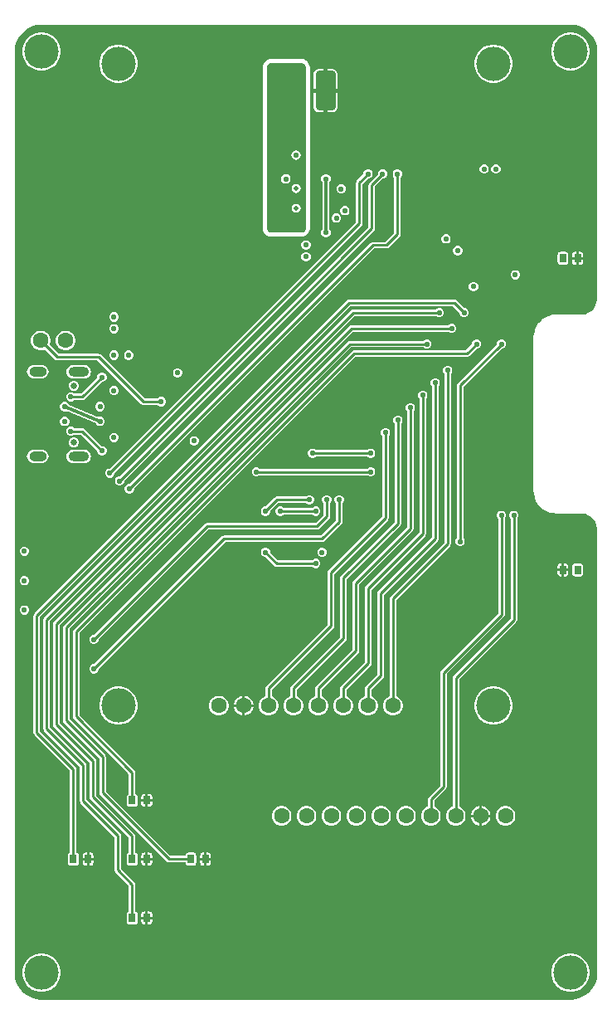
<source format=gbl>
G04*
G04 #@! TF.GenerationSoftware,Altium Limited,Altium Designer,22.10.1 (41)*
G04*
G04 Layer_Physical_Order=4*
G04 Layer_Color=16711680*
%FSLAX44Y44*%
%MOMM*%
G71*
G04*
G04 #@! TF.SameCoordinates,A44A1546-0101-49FE-9D39-825E196A96A3*
G04*
G04*
G04 #@! TF.FilePolarity,Positive*
G04*
G01*
G75*
G04:AMPARAMS|DCode=13|XSize=0.7mm|YSize=0.9mm|CornerRadius=0.0875mm|HoleSize=0mm|Usage=FLASHONLY|Rotation=0.000|XOffset=0mm|YOffset=0mm|HoleType=Round|Shape=RoundedRectangle|*
%AMROUNDEDRECTD13*
21,1,0.7000,0.7250,0,0,0.0*
21,1,0.5250,0.9000,0,0,0.0*
1,1,0.1750,0.2625,-0.3625*
1,1,0.1750,-0.2625,-0.3625*
1,1,0.1750,-0.2625,0.3625*
1,1,0.1750,0.2625,0.3625*
%
%ADD13ROUNDEDRECTD13*%
%ADD54C,0.2500*%
%ADD56C,0.3000*%
%ADD59C,3.5000*%
%ADD60C,1.6000*%
%ADD61O,1.8000X1.0000*%
%ADD62O,2.1000X1.0000*%
%ADD63C,0.6500*%
%ADD64C,0.5500*%
%ADD65C,0.5000*%
G04:AMPARAMS|DCode=66|XSize=2mm|YSize=4mm|CornerRadius=0.25mm|HoleSize=0mm|Usage=FLASHONLY|Rotation=0.000|XOffset=0mm|YOffset=0mm|HoleType=Round|Shape=RoundedRectangle|*
%AMROUNDEDRECTD66*
21,1,2.0000,3.5000,0,0,0.0*
21,1,1.5000,4.0000,0,0,0.0*
1,1,0.5000,0.7500,-1.7500*
1,1,0.5000,-0.7500,-1.7500*
1,1,0.5000,-0.7500,1.7500*
1,1,0.5000,0.7500,1.7500*
%
%ADD66ROUNDEDRECTD66*%
G36*
X571799Y997451D02*
X575367Y996982D01*
X578843Y996050D01*
X582167Y994673D01*
X585284Y992874D01*
X588139Y990683D01*
X590683Y988139D01*
X592874Y985284D01*
X594673Y982168D01*
X596050Y978843D01*
X596982Y975367D01*
X597451Y971799D01*
Y970000D01*
X597451Y718750D01*
Y717031D01*
X596781Y713660D01*
X595465Y710484D01*
X593555Y707625D01*
X591125Y705195D01*
X588266Y703285D01*
X585090Y701970D01*
X581719Y701299D01*
X555000D01*
X554938Y701286D01*
X554875Y701296D01*
X552915Y701199D01*
X552731Y701153D01*
X552542D01*
X548697Y700389D01*
X548465Y700293D01*
X548219Y700244D01*
X544597Y698743D01*
X544388Y698604D01*
X544156Y698508D01*
X540896Y696329D01*
X540719Y696152D01*
X540510Y696012D01*
X537738Y693240D01*
X537598Y693031D01*
X537421Y692854D01*
X535242Y689594D01*
X535146Y689362D01*
X535007Y689153D01*
X533506Y685531D01*
X533457Y685285D01*
X533361Y685053D01*
X532596Y681208D01*
Y681019D01*
X532551Y680835D01*
X532454Y678875D01*
X532463Y678812D01*
X532451Y678750D01*
Y521250D01*
X532463Y521188D01*
X532454Y521125D01*
X532551Y519165D01*
X532596Y518981D01*
Y518792D01*
X533361Y514947D01*
X533457Y514715D01*
X533506Y514469D01*
X535007Y510847D01*
X535146Y510638D01*
X535242Y510406D01*
X537421Y507146D01*
X537598Y506969D01*
X537738Y506760D01*
X540510Y503988D01*
X540719Y503848D01*
X540896Y503671D01*
X544156Y501492D01*
X544388Y501396D01*
X544597Y501257D01*
X548219Y499756D01*
X548465Y499707D01*
X548697Y499611D01*
X552542Y498846D01*
X552731D01*
X552915Y498801D01*
X554875Y498704D01*
X554938Y498714D01*
X555000Y498701D01*
X580000Y498701D01*
D01*
X581719Y498701D01*
X585090Y498031D01*
X588266Y496715D01*
X591124Y494805D01*
X593555Y492374D01*
X595465Y489516D01*
X596781Y486340D01*
X597451Y482969D01*
X597451Y481250D01*
D01*
Y481250D01*
X597451Y30000D01*
Y28201D01*
X596982Y24633D01*
X596050Y21157D01*
X594673Y17832D01*
X592874Y14716D01*
X590683Y11861D01*
X588139Y9317D01*
X585284Y7126D01*
X582167Y5327D01*
X578843Y3950D01*
X575367Y3018D01*
X571799Y2549D01*
X28201D01*
X24633Y3018D01*
X21157Y3950D01*
X17832Y5327D01*
X14716Y7126D01*
X11861Y9317D01*
X9317Y11861D01*
X7126Y14716D01*
X5327Y17833D01*
X3950Y21157D01*
X3018Y24633D01*
X2549Y28201D01*
Y30000D01*
Y970000D01*
Y971799D01*
X3018Y975367D01*
X3950Y978843D01*
X5327Y982168D01*
X7126Y985284D01*
X9317Y988139D01*
X11861Y990683D01*
X14716Y992874D01*
X17833Y994673D01*
X21157Y996050D01*
X24633Y996981D01*
X28201Y997451D01*
X570000D01*
X571799Y997451D01*
D02*
G37*
%LPC*%
G36*
X295000Y962328D02*
X265000Y962328D01*
X264006Y962328D01*
X264006D01*
X264005D01*
X263592Y962246D01*
X262445Y962018D01*
X262445Y962018D01*
X260607Y961257D01*
X260607D01*
X260607D01*
X260607Y961257D01*
X259941Y960812D01*
X259284Y960373D01*
X257877Y958966D01*
X257877Y958966D01*
X257877Y958966D01*
X257657Y958637D01*
X256993Y957643D01*
X256993Y957643D01*
X256232Y955805D01*
X256232Y955805D01*
X255922Y954245D01*
Y953250D01*
Y840250D01*
X255922Y840250D01*
X255922Y790000D01*
X255922Y789006D01*
Y789006D01*
Y789006D01*
X256045Y788385D01*
X256232Y787445D01*
X256232Y787445D01*
Y787445D01*
X256993Y785607D01*
D01*
X256993Y785607D01*
X257547Y784778D01*
X257877Y784284D01*
X257877Y784284D01*
X257877Y784284D01*
X259284Y782877D01*
X260077Y782347D01*
X260607Y781993D01*
X262445Y781232D01*
X262445D01*
X262445Y781232D01*
X263385Y781045D01*
X264005Y780922D01*
X264006D01*
X264006D01*
X265000Y780922D01*
D01*
X295000Y780922D01*
X295994Y780922D01*
X295994D01*
X295994D01*
X296305Y780983D01*
X297555Y781232D01*
X297555Y781232D01*
X299393Y781993D01*
X299393Y781993D01*
X300186Y782523D01*
X300716Y782877D01*
X300716Y782877D01*
X302123Y784284D01*
X303007Y785607D01*
Y785607D01*
X303768Y787445D01*
X304078Y789005D01*
Y790000D01*
Y942000D01*
X304078Y942001D01*
X304078Y953250D01*
X304078Y954244D01*
Y954244D01*
Y954244D01*
X303955Y954865D01*
X303768Y955805D01*
X303768Y955805D01*
Y955805D01*
X303007Y957643D01*
X303007Y957643D01*
Y957643D01*
X302474Y958439D01*
X302123Y958966D01*
X302123Y958966D01*
X302123Y958966D01*
X300716Y960373D01*
X300716D01*
Y960373D01*
X300453Y960548D01*
X299393Y961257D01*
X299393Y961257D01*
X297555Y962018D01*
X297555D01*
X297555Y962018D01*
X296512Y962225D01*
X295995Y962328D01*
X295994D01*
X295994D01*
X295000Y962328D01*
X295000Y962328D01*
D02*
G37*
G36*
X571921Y989500D02*
X568079D01*
X564312Y988751D01*
X560763Y987281D01*
X557570Y985147D01*
X554853Y982430D01*
X552719Y979237D01*
X551249Y975688D01*
X550500Y971920D01*
Y968079D01*
X551249Y964312D01*
X552719Y960763D01*
X554853Y957569D01*
X557570Y954853D01*
X560763Y952719D01*
X564312Y951249D01*
X568079Y950500D01*
X571921D01*
X575688Y951249D01*
X579237Y952719D01*
X582431Y954853D01*
X585147Y957569D01*
X587281Y960763D01*
X588751Y964312D01*
X589500Y968079D01*
Y971920D01*
X588751Y975688D01*
X587281Y979237D01*
X585147Y982430D01*
X582431Y985147D01*
X579237Y987281D01*
X575688Y988751D01*
X571921Y989500D01*
D02*
G37*
G36*
X31921D02*
X28079D01*
X24312Y988751D01*
X20763Y987281D01*
X17570Y985147D01*
X14853Y982430D01*
X12719Y979237D01*
X11249Y975688D01*
X10500Y971920D01*
Y968079D01*
X11249Y964312D01*
X12719Y960763D01*
X14853Y957569D01*
X17570Y954853D01*
X20763Y952719D01*
X24312Y951249D01*
X28079Y950500D01*
X31921D01*
X35688Y951249D01*
X39237Y952719D01*
X42431Y954853D01*
X45147Y957569D01*
X47281Y960763D01*
X48751Y964312D01*
X49500Y968079D01*
Y971920D01*
X48751Y975688D01*
X47281Y979237D01*
X45147Y982430D01*
X42431Y985147D01*
X39237Y987281D01*
X35688Y988751D01*
X31921Y989500D01*
D02*
G37*
G36*
X493421Y977000D02*
X489579D01*
X485812Y976251D01*
X482263Y974781D01*
X479070Y972647D01*
X476353Y969930D01*
X474219Y966737D01*
X472749Y963188D01*
X472000Y959421D01*
Y955579D01*
X472749Y951812D01*
X474219Y948263D01*
X476353Y945070D01*
X479070Y942353D01*
X482263Y940219D01*
X485812Y938749D01*
X489579Y938000D01*
X493421D01*
X497188Y938749D01*
X500737Y940219D01*
X503931Y942353D01*
X506647Y945070D01*
X508781Y948263D01*
X510251Y951812D01*
X511000Y955579D01*
Y959421D01*
X510251Y963188D01*
X508781Y966737D01*
X506647Y969930D01*
X503931Y972647D01*
X500737Y974781D01*
X497188Y976251D01*
X493421Y977000D01*
D02*
G37*
G36*
X110421D02*
X106579D01*
X102812Y976251D01*
X99263Y974781D01*
X96069Y972647D01*
X93353Y969930D01*
X91219Y966737D01*
X89749Y963188D01*
X89000Y959421D01*
Y955579D01*
X89749Y951812D01*
X91219Y948263D01*
X93353Y945070D01*
X96069Y942353D01*
X99263Y940219D01*
X102812Y938749D01*
X106579Y938000D01*
X110421D01*
X114188Y938749D01*
X117737Y940219D01*
X120931Y942353D01*
X123647Y945070D01*
X125781Y948263D01*
X127251Y951812D01*
X128000Y955579D01*
Y959421D01*
X127251Y963188D01*
X125781Y966737D01*
X123647Y969930D01*
X120931Y972647D01*
X117737Y974781D01*
X114188Y976251D01*
X110421Y977000D01*
D02*
G37*
G36*
X327500Y952088D02*
X322000D01*
Y932000D01*
X332088D01*
Y947500D01*
X331739Y949256D01*
X330744Y950744D01*
X329256Y951739D01*
X327500Y952088D01*
D02*
G37*
G36*
X318000D02*
X312500D01*
X310744Y951739D01*
X309256Y950744D01*
X308261Y949256D01*
X307912Y947500D01*
Y932000D01*
X318000D01*
Y952088D01*
D02*
G37*
G36*
X332088Y928000D02*
X322000D01*
Y907912D01*
X327500D01*
X329256Y908261D01*
X330744Y909256D01*
X331739Y910744D01*
X332088Y912500D01*
Y928000D01*
D02*
G37*
G36*
X318000D02*
X307912D01*
Y912500D01*
X308261Y910744D01*
X309256Y909256D01*
X310744Y908261D01*
X312500Y907912D01*
X318000D01*
Y928000D01*
D02*
G37*
G36*
X494945Y854750D02*
X493055D01*
X491309Y854027D01*
X489973Y852691D01*
X489250Y850945D01*
Y849055D01*
X489973Y847309D01*
X491309Y845973D01*
X493055Y845250D01*
X494945D01*
X496691Y845973D01*
X498027Y847309D01*
X498750Y849055D01*
Y850945D01*
X498027Y852691D01*
X496691Y854027D01*
X494945Y854750D01*
D02*
G37*
G36*
X482945D02*
X481055D01*
X479309Y854027D01*
X477973Y852691D01*
X477250Y850945D01*
Y849055D01*
X477973Y847309D01*
X479309Y845973D01*
X481055Y845250D01*
X482945D01*
X484691Y845973D01*
X486027Y847309D01*
X486750Y849055D01*
Y850945D01*
X486027Y852691D01*
X484691Y854027D01*
X482945Y854750D01*
D02*
G37*
G36*
X336945Y834500D02*
X335055D01*
X333309Y833777D01*
X331973Y832441D01*
X331250Y830695D01*
Y828805D01*
X331973Y827059D01*
X333309Y825723D01*
X335055Y825000D01*
X336945D01*
X338691Y825723D01*
X340027Y827059D01*
X340750Y828805D01*
Y830695D01*
X340027Y832441D01*
X338691Y833777D01*
X336945Y834500D01*
D02*
G37*
G36*
X340695Y812250D02*
X338805D01*
X337059Y811527D01*
X335723Y810191D01*
X335000Y808445D01*
Y806555D01*
X335723Y804809D01*
X337059Y803473D01*
X338805Y802750D01*
X340695D01*
X342441Y803473D01*
X343777Y804809D01*
X344500Y806555D01*
Y808445D01*
X343777Y810191D01*
X342441Y811527D01*
X340695Y812250D01*
D02*
G37*
G36*
X331945Y804750D02*
X330055D01*
X328309Y804027D01*
X326973Y802691D01*
X326250Y800945D01*
Y799055D01*
X326973Y797309D01*
X328309Y795973D01*
X330055Y795250D01*
X331945D01*
X333691Y795973D01*
X335027Y797309D01*
X335750Y799055D01*
Y800945D01*
X335027Y802691D01*
X333691Y804027D01*
X331945Y804750D01*
D02*
G37*
G36*
X321445Y844750D02*
X319555D01*
X317809Y844027D01*
X316473Y842691D01*
X315750Y840945D01*
Y839055D01*
X316473Y837309D01*
X316931Y836851D01*
Y788149D01*
X316473Y787691D01*
X315750Y785945D01*
Y784055D01*
X316473Y782309D01*
X317809Y780973D01*
X319555Y780250D01*
X321445D01*
X323191Y780973D01*
X324527Y782309D01*
X325250Y784055D01*
Y785945D01*
X324527Y787691D01*
X324069Y788149D01*
Y836851D01*
X324527Y837309D01*
X325250Y839055D01*
Y840945D01*
X324527Y842691D01*
X323191Y844027D01*
X321445Y844750D01*
D02*
G37*
G36*
X443945Y783500D02*
X442055D01*
X440309Y782777D01*
X438973Y781441D01*
X438250Y779695D01*
Y777805D01*
X438973Y776059D01*
X440309Y774723D01*
X442055Y774000D01*
X443945D01*
X445691Y774723D01*
X447027Y776059D01*
X447750Y777805D01*
Y779695D01*
X447027Y781441D01*
X445691Y782777D01*
X443945Y783500D01*
D02*
G37*
G36*
X300945Y777250D02*
X299055D01*
X297309Y776527D01*
X295973Y775191D01*
X295250Y773445D01*
Y771555D01*
X295973Y769809D01*
X297309Y768473D01*
X299055Y767750D01*
X300945D01*
X302691Y768473D01*
X304027Y769809D01*
X304750Y771555D01*
Y773445D01*
X304027Y775191D01*
X302691Y776527D01*
X300945Y777250D01*
D02*
G37*
G36*
X455945Y771500D02*
X454055D01*
X452309Y770777D01*
X450973Y769441D01*
X450250Y767695D01*
Y765805D01*
X450973Y764059D01*
X452309Y762723D01*
X454055Y762000D01*
X455945D01*
X457691Y762723D01*
X459027Y764059D01*
X459750Y765805D01*
Y767695D01*
X459027Y769441D01*
X457691Y770777D01*
X455945Y771500D01*
D02*
G37*
G36*
X580125Y765556D02*
X578750D01*
Y760250D01*
X583056D01*
Y762625D01*
X582833Y763747D01*
X582198Y764698D01*
X581247Y765333D01*
X580125Y765556D01*
D02*
G37*
G36*
X576250D02*
X574875D01*
X573753Y765333D01*
X572802Y764698D01*
X572167Y763747D01*
X571944Y762625D01*
Y760250D01*
X576250D01*
Y765556D01*
D02*
G37*
G36*
X300945Y765250D02*
X299055D01*
X297309Y764527D01*
X295973Y763191D01*
X295250Y761445D01*
Y759555D01*
X295973Y757809D01*
X297309Y756473D01*
X299055Y755750D01*
X300945D01*
X302691Y756473D01*
X304027Y757809D01*
X304750Y759555D01*
Y761445D01*
X304027Y763191D01*
X302691Y764527D01*
X300945Y765250D01*
D02*
G37*
G36*
X583056Y757750D02*
X578750D01*
Y752444D01*
X580125D01*
X581247Y752667D01*
X582198Y753302D01*
X582833Y754253D01*
X583056Y755375D01*
Y757750D01*
D02*
G37*
G36*
X576250D02*
X571944D01*
Y755375D01*
X572167Y754253D01*
X572802Y753302D01*
X573753Y752667D01*
X574875Y752444D01*
X576250D01*
Y757750D01*
D02*
G37*
G36*
X565125Y765556D02*
X559875D01*
X558753Y765333D01*
X557802Y764698D01*
X557167Y763747D01*
X556944Y762625D01*
Y755375D01*
X557167Y754253D01*
X557802Y753302D01*
X558753Y752667D01*
X559875Y752444D01*
X565125D01*
X566247Y752667D01*
X567198Y753302D01*
X567833Y754253D01*
X568056Y755375D01*
Y762625D01*
X567833Y763747D01*
X567198Y764698D01*
X566247Y765333D01*
X565125Y765556D01*
D02*
G37*
G36*
X514745Y746750D02*
X512855D01*
X511109Y746027D01*
X509773Y744691D01*
X509050Y742945D01*
Y741055D01*
X509773Y739309D01*
X511109Y737973D01*
X512855Y737250D01*
X514745D01*
X516491Y737973D01*
X517827Y739309D01*
X518550Y741055D01*
Y742945D01*
X517827Y744691D01*
X516491Y746027D01*
X514745Y746750D01*
D02*
G37*
G36*
X472045Y734750D02*
X470155D01*
X468409Y734027D01*
X467073Y732691D01*
X466350Y730945D01*
Y729055D01*
X467073Y727309D01*
X468409Y725973D01*
X470155Y725250D01*
X472045D01*
X473791Y725973D01*
X475127Y727309D01*
X475850Y729055D01*
Y730945D01*
X475127Y732691D01*
X473791Y734027D01*
X472045Y734750D01*
D02*
G37*
G36*
X451500Y716814D02*
X344324D01*
X343266Y716603D01*
X343055Y716561D01*
X341980Y715843D01*
X22907Y396770D01*
X22189Y395695D01*
X22147Y395484D01*
X21936Y394426D01*
Y274900D01*
X22147Y273842D01*
X22189Y273632D01*
X22907Y272557D01*
X59186Y236277D01*
Y152419D01*
X58753Y152333D01*
X57802Y151698D01*
X57167Y150747D01*
X56944Y149625D01*
Y142375D01*
X57167Y141253D01*
X57802Y140302D01*
X58753Y139667D01*
X59875Y139444D01*
X65125D01*
X66247Y139667D01*
X67198Y140302D01*
X67833Y141253D01*
X68056Y142375D01*
Y149625D01*
X67833Y150747D01*
X67198Y151698D01*
X66247Y152333D01*
X65814Y152419D01*
Y237650D01*
X65603Y238708D01*
X65561Y238918D01*
X64843Y239993D01*
X28564Y276272D01*
Y393054D01*
X345696Y710186D01*
X450127D01*
X456750Y703564D01*
Y702555D01*
X457473Y700809D01*
X458809Y699473D01*
X460555Y698750D01*
X462445D01*
X464191Y699473D01*
X465527Y700809D01*
X466250Y702555D01*
Y704445D01*
X465527Y706191D01*
X464191Y707527D01*
X462445Y708250D01*
X461436D01*
X453843Y715843D01*
X452768Y716561D01*
X452558Y716603D01*
X451500Y716814D01*
D02*
G37*
G36*
X437045Y708250D02*
X435155D01*
X433409Y707527D01*
X432696Y706814D01*
X348466D01*
X347198Y706561D01*
X346123Y705843D01*
X32907Y392627D01*
X32189Y391552D01*
X32147Y391342D01*
X31936Y390284D01*
Y279042D01*
X32147Y277984D01*
X32189Y277774D01*
X32907Y276699D01*
X69186Y240419D01*
Y205343D01*
X69397Y204285D01*
X69439Y204075D01*
X70157Y203000D01*
X104686Y168470D01*
Y134750D01*
X104897Y133692D01*
X104939Y133482D01*
X105657Y132407D01*
X119186Y118877D01*
Y92419D01*
X118753Y92333D01*
X117802Y91698D01*
X117167Y90747D01*
X116944Y89625D01*
Y82375D01*
X117167Y81253D01*
X117802Y80302D01*
X118753Y79667D01*
X119875Y79444D01*
X125125D01*
X126247Y79667D01*
X127198Y80302D01*
X127833Y81253D01*
X128056Y82375D01*
Y89625D01*
X127833Y90747D01*
X127198Y91698D01*
X126247Y92333D01*
X125814Y92419D01*
Y120250D01*
X125603Y121308D01*
X125561Y121518D01*
X124843Y122593D01*
X111314Y136123D01*
Y169843D01*
X111061Y171111D01*
X110343Y172186D01*
X75814Y206716D01*
Y241792D01*
X75561Y243060D01*
X74843Y244135D01*
X38564Y280415D01*
Y388912D01*
X349838Y700186D01*
X432696D01*
X433409Y699473D01*
X435155Y698750D01*
X437045D01*
X438791Y699473D01*
X440127Y700809D01*
X440850Y702555D01*
Y704445D01*
X440127Y706191D01*
X438791Y707527D01*
X437045Y708250D01*
D02*
G37*
G36*
X104945Y703750D02*
X103055D01*
X101309Y703027D01*
X99973Y701691D01*
X99250Y699945D01*
Y698055D01*
X99973Y696309D01*
X101309Y694973D01*
X103055Y694250D01*
X104945D01*
X106691Y694973D01*
X108027Y696309D01*
X108750Y698055D01*
Y699945D01*
X108027Y701691D01*
X106691Y703027D01*
X104945Y703750D01*
D02*
G37*
G36*
X449745Y692250D02*
X447855D01*
X446109Y691527D01*
X445396Y690814D01*
X346608D01*
X345550Y690603D01*
X345340Y690561D01*
X344265Y689843D01*
X42907Y388485D01*
X42189Y387410D01*
X42147Y387200D01*
X41936Y386142D01*
Y283184D01*
X42147Y282126D01*
X42189Y281916D01*
X42907Y280841D01*
X79186Y244562D01*
Y209485D01*
X79397Y208427D01*
X79439Y208217D01*
X80157Y207142D01*
X119186Y168113D01*
Y152419D01*
X118753Y152333D01*
X117802Y151698D01*
X117167Y150747D01*
X116944Y149625D01*
Y142375D01*
X117167Y141253D01*
X117802Y140302D01*
X118753Y139667D01*
X119875Y139444D01*
X125125D01*
X126247Y139667D01*
X127198Y140302D01*
X127833Y141253D01*
X128056Y142375D01*
Y149625D01*
X127833Y150747D01*
X127198Y151698D01*
X126247Y152333D01*
X125814Y152419D01*
Y169485D01*
X125561Y170753D01*
X124843Y171828D01*
X85814Y210858D01*
Y245934D01*
X85561Y247202D01*
X84843Y248277D01*
X48564Y284557D01*
Y384770D01*
X347980Y684186D01*
X445396D01*
X446109Y683473D01*
X447855Y682750D01*
X449745D01*
X451491Y683473D01*
X452827Y684809D01*
X453550Y686555D01*
Y688445D01*
X452827Y690191D01*
X451491Y691527D01*
X449745Y692250D01*
D02*
G37*
G36*
X104945Y691750D02*
X103055D01*
X101309Y691027D01*
X99973Y689691D01*
X99250Y687945D01*
Y686055D01*
X99973Y684309D01*
X101309Y682973D01*
X103055Y682250D01*
X104945D01*
X106691Y682973D01*
X108027Y684309D01*
X108750Y686055D01*
Y687945D01*
X108027Y689691D01*
X106691Y691027D01*
X104945Y691750D01*
D02*
G37*
G36*
X424345Y676250D02*
X422455D01*
X420709Y675527D01*
X419996Y674814D01*
X344750D01*
X343482Y674561D01*
X343125Y674323D01*
X342407Y673843D01*
X52907Y384343D01*
X52189Y383268D01*
X52147Y383058D01*
X51936Y382000D01*
Y287326D01*
X52147Y286269D01*
X52189Y286058D01*
X52907Y284983D01*
X89186Y248704D01*
Y213627D01*
X89397Y212570D01*
X89439Y212359D01*
X90157Y211284D01*
X157784Y143657D01*
X158859Y142939D01*
X160127Y142686D01*
X176944D01*
Y142375D01*
X177167Y141253D01*
X177802Y140302D01*
X178753Y139667D01*
X179875Y139444D01*
X185125D01*
X186247Y139667D01*
X187198Y140302D01*
X187833Y141253D01*
X188056Y142375D01*
Y149625D01*
X187833Y150747D01*
X187198Y151698D01*
X186247Y152333D01*
X185125Y152556D01*
X179875D01*
X178753Y152333D01*
X177802Y151698D01*
X177167Y150747D01*
X176944Y149625D01*
Y149314D01*
X161500D01*
X95814Y215000D01*
Y250076D01*
X95561Y251344D01*
X94843Y252419D01*
X58564Y288699D01*
Y380628D01*
X346123Y668186D01*
X419996D01*
X420709Y667473D01*
X422455Y666750D01*
X424345D01*
X426091Y667473D01*
X427427Y668809D01*
X428150Y670555D01*
Y672445D01*
X427427Y674191D01*
X426091Y675527D01*
X424345Y676250D01*
D02*
G37*
G36*
X56017Y685000D02*
X53383D01*
X50840Y684318D01*
X48560Y683002D01*
X46698Y681140D01*
X45381Y678860D01*
X44700Y676317D01*
Y673683D01*
X45381Y671140D01*
X46698Y668860D01*
X48560Y666998D01*
X50840Y665682D01*
X53383Y665000D01*
X56017D01*
X58560Y665682D01*
X60840Y666998D01*
X62702Y668860D01*
X64019Y671140D01*
X64700Y673683D01*
Y676317D01*
X64019Y678860D01*
X62702Y681140D01*
X60840Y683002D01*
X58560Y684318D01*
X56017Y685000D01*
D02*
G37*
G36*
X119945Y664750D02*
X118055D01*
X116309Y664027D01*
X114973Y662691D01*
X114250Y660945D01*
Y659055D01*
X114973Y657309D01*
X116309Y655973D01*
X118055Y655250D01*
X119945D01*
X121691Y655973D01*
X123027Y657309D01*
X123750Y659055D01*
Y660945D01*
X123027Y662691D01*
X121691Y664027D01*
X119945Y664750D01*
D02*
G37*
G36*
X104945D02*
X103055D01*
X101309Y664027D01*
X99973Y662691D01*
X99250Y660945D01*
Y659055D01*
X99973Y657309D01*
X101309Y655973D01*
X103055Y655250D01*
X104945D01*
X106691Y655973D01*
X108027Y657309D01*
X108750Y659055D01*
Y660945D01*
X108027Y662691D01*
X106691Y664027D01*
X104945Y664750D01*
D02*
G37*
G36*
X169945Y646750D02*
X168055D01*
X166309Y646027D01*
X164973Y644691D01*
X164250Y642945D01*
Y641055D01*
X164973Y639309D01*
X166309Y637973D01*
X168055Y637250D01*
X169945D01*
X171691Y637973D01*
X173027Y639309D01*
X173750Y641055D01*
Y642945D01*
X173027Y644691D01*
X171691Y646027D01*
X169945Y646750D01*
D02*
G37*
G36*
X73525Y650260D02*
X62525D01*
X60698Y650020D01*
X58995Y649314D01*
X57533Y648192D01*
X56410Y646730D01*
X55705Y645027D01*
X55465Y643200D01*
X55705Y641373D01*
X56410Y639670D01*
X57533Y638208D01*
X58995Y637085D01*
X60698Y636380D01*
X62525Y636140D01*
X73525D01*
X75352Y636380D01*
X77055Y637085D01*
X78517Y638208D01*
X79640Y639670D01*
X80345Y641373D01*
X80585Y643200D01*
X80345Y645027D01*
X79640Y646730D01*
X78517Y648192D01*
X77055Y649314D01*
X75352Y650020D01*
X73525Y650260D01*
D02*
G37*
G36*
X30225D02*
X22225D01*
X20398Y650020D01*
X18695Y649314D01*
X17233Y648192D01*
X16111Y646730D01*
X15405Y645027D01*
X15165Y643200D01*
X15405Y641373D01*
X16111Y639670D01*
X17233Y638208D01*
X18695Y637085D01*
X20398Y636380D01*
X22225Y636140D01*
X30225D01*
X32052Y636380D01*
X33755Y637085D01*
X35217Y638208D01*
X36339Y639670D01*
X37045Y641373D01*
X37285Y643200D01*
X37045Y645027D01*
X36339Y646730D01*
X35217Y648192D01*
X33755Y649314D01*
X32052Y650020D01*
X30225Y650260D01*
D02*
G37*
G36*
X64069Y634150D02*
X61981D01*
X60051Y633351D01*
X58574Y631874D01*
X57775Y629944D01*
Y627856D01*
X58574Y625926D01*
X60051Y624449D01*
X61981Y623650D01*
X64069D01*
X65999Y624449D01*
X67476Y625926D01*
X68275Y627856D01*
Y629944D01*
X67476Y631874D01*
X65999Y633351D01*
X64069Y634150D01*
D02*
G37*
G36*
X92695Y642250D02*
X90805D01*
X89059Y641527D01*
X87723Y640191D01*
X87000Y638445D01*
Y637436D01*
X70377Y620814D01*
X63404D01*
X62691Y621527D01*
X60945Y622250D01*
X59055D01*
X57309Y621527D01*
X55973Y620191D01*
X55250Y618445D01*
Y616555D01*
X55973Y614809D01*
X57309Y613473D01*
X59055Y612750D01*
X60945D01*
X62691Y613473D01*
X63404Y614186D01*
X71750D01*
X72808Y614397D01*
X73018Y614439D01*
X74093Y615157D01*
X91686Y632750D01*
X92695D01*
X94441Y633473D01*
X95777Y634809D01*
X96500Y636555D01*
Y638445D01*
X95777Y640191D01*
X94441Y641527D01*
X92695Y642250D01*
D02*
G37*
G36*
X104945Y628750D02*
X103055D01*
X101309Y628027D01*
X99973Y626691D01*
X99250Y624945D01*
Y623055D01*
X99973Y621309D01*
X101309Y619973D01*
X103055Y619250D01*
X104945D01*
X106691Y619973D01*
X108027Y621309D01*
X108750Y623055D01*
Y624945D01*
X108027Y626691D01*
X106691Y628027D01*
X104945Y628750D01*
D02*
G37*
G36*
X30617Y685000D02*
X27984D01*
X25440Y684318D01*
X23160Y683002D01*
X21298Y681140D01*
X19981Y678860D01*
X19300Y676317D01*
Y673683D01*
X19981Y671140D01*
X21298Y668860D01*
X23160Y666998D01*
X25440Y665682D01*
X27984Y665000D01*
X30617D01*
X33160Y665682D01*
X33649Y665964D01*
X43707Y655907D01*
X44782Y655189D01*
X46050Y654936D01*
X87151D01*
X131680Y610407D01*
X132399Y609927D01*
X132755Y609689D01*
X134023Y609436D01*
X148846D01*
X149559Y608723D01*
X151305Y608000D01*
X153195D01*
X154941Y608723D01*
X156277Y610059D01*
X157000Y611805D01*
Y613695D01*
X156277Y615441D01*
X154941Y616777D01*
X153195Y617500D01*
X151305D01*
X149559Y616777D01*
X148846Y616064D01*
X135396D01*
X90866Y660593D01*
X89791Y661311D01*
X89581Y661353D01*
X88523Y661564D01*
X47423D01*
X38336Y670650D01*
X38619Y671140D01*
X39300Y673683D01*
Y676317D01*
X38619Y678860D01*
X37302Y681140D01*
X35440Y683002D01*
X33160Y684318D01*
X30617Y685000D01*
D02*
G37*
G36*
X90725Y612250D02*
X88835D01*
X87089Y611527D01*
X85753Y610191D01*
X85030Y608445D01*
Y606555D01*
X85753Y604809D01*
X87089Y603473D01*
X88835Y602750D01*
X90725D01*
X92471Y603473D01*
X93807Y604809D01*
X94530Y606555D01*
Y608445D01*
X93807Y610191D01*
X92471Y611527D01*
X90725Y612250D01*
D02*
G37*
G36*
X54715Y612250D02*
X52825D01*
X51079Y611527D01*
X49743Y610191D01*
X49020Y608445D01*
Y606555D01*
X49743Y604809D01*
X51079Y603473D01*
X52825Y602750D01*
X54715D01*
X55305Y602995D01*
X85502Y590416D01*
X85753Y589809D01*
X87089Y588473D01*
X88835Y587750D01*
X90725D01*
X92471Y588473D01*
X93807Y589809D01*
X94530Y591555D01*
Y593445D01*
X93807Y595191D01*
X92471Y596527D01*
X90725Y597250D01*
X88835D01*
X88245Y597005D01*
X58048Y609584D01*
X57797Y610191D01*
X56461Y611527D01*
X54715Y612250D01*
D02*
G37*
G36*
Y597250D02*
X52825D01*
X51079Y596527D01*
X49743Y595191D01*
X49020Y593445D01*
Y591555D01*
X49743Y589809D01*
X51079Y588473D01*
X52825Y587750D01*
X54715D01*
X56461Y588473D01*
X57797Y589809D01*
X58520Y591555D01*
Y593445D01*
X57797Y595191D01*
X56461Y596527D01*
X54715Y597250D01*
D02*
G37*
G36*
X104945Y580750D02*
X103055D01*
X101309Y580027D01*
X99973Y578691D01*
X99250Y576945D01*
Y575055D01*
X99973Y573309D01*
X101309Y571973D01*
X103055Y571250D01*
X104945D01*
X106691Y571973D01*
X108027Y573309D01*
X108750Y575055D01*
Y576945D01*
X108027Y578691D01*
X106691Y580027D01*
X104945Y580750D01*
D02*
G37*
G36*
X186945Y577520D02*
X185055D01*
X183309Y576797D01*
X181973Y575461D01*
X181250Y573715D01*
Y571825D01*
X181973Y570079D01*
X183309Y568743D01*
X185055Y568020D01*
X186945D01*
X188691Y568743D01*
X190027Y570079D01*
X190750Y571825D01*
Y573715D01*
X190027Y575461D01*
X188691Y576797D01*
X186945Y577520D01*
D02*
G37*
G36*
X64069Y576350D02*
X61981D01*
X60051Y575551D01*
X58574Y574074D01*
X57775Y572144D01*
Y570056D01*
X58574Y568126D01*
X60051Y566649D01*
X61981Y565850D01*
X64069D01*
X65999Y566649D01*
X67476Y568126D01*
X68275Y570056D01*
Y572144D01*
X67476Y574074D01*
X65999Y575551D01*
X64069Y576350D01*
D02*
G37*
G36*
X366945Y564820D02*
X365055D01*
X363309Y564097D01*
X362596Y563384D01*
X310356D01*
X309643Y564097D01*
X307897Y564820D01*
X306007D01*
X304261Y564097D01*
X302925Y562761D01*
X302202Y561015D01*
Y559125D01*
X302925Y557379D01*
X304261Y556043D01*
X306007Y555320D01*
X307897D01*
X309643Y556043D01*
X310356Y556756D01*
X362596D01*
X363309Y556043D01*
X365055Y555320D01*
X366945D01*
X368691Y556043D01*
X370027Y557379D01*
X370750Y559125D01*
Y561015D01*
X370027Y562761D01*
X368691Y564097D01*
X366945Y564820D01*
D02*
G37*
G36*
X60945Y587250D02*
X59055D01*
X57309Y586527D01*
X55973Y585191D01*
X55250Y583445D01*
Y581555D01*
X55973Y579809D01*
X57309Y578473D01*
X59055Y577750D01*
X60945D01*
X62691Y578473D01*
X63404Y579186D01*
X70377D01*
X87000Y562564D01*
Y561555D01*
X87723Y559809D01*
X89059Y558473D01*
X90805Y557750D01*
X92695D01*
X94441Y558473D01*
X95777Y559809D01*
X96500Y561555D01*
Y563445D01*
X95777Y565191D01*
X94441Y566527D01*
X92695Y567250D01*
X91686D01*
X74093Y584843D01*
X73018Y585561D01*
X72808Y585603D01*
X71750Y585814D01*
X63404D01*
X62691Y586527D01*
X60945Y587250D01*
D02*
G37*
G36*
X73525Y563860D02*
X62525D01*
X60698Y563620D01*
X58995Y562914D01*
X57533Y561792D01*
X56410Y560330D01*
X55705Y558627D01*
X55465Y556800D01*
X55705Y554973D01*
X56410Y553270D01*
X57533Y551808D01*
X58995Y550686D01*
X60698Y549980D01*
X62525Y549740D01*
X73525D01*
X75352Y549980D01*
X77055Y550686D01*
X78517Y551808D01*
X79640Y553270D01*
X80345Y554973D01*
X80585Y556800D01*
X80345Y558627D01*
X79640Y560330D01*
X78517Y561792D01*
X77055Y562914D01*
X75352Y563620D01*
X73525Y563860D01*
D02*
G37*
G36*
X30225D02*
X22225D01*
X20398Y563620D01*
X18695Y562914D01*
X17233Y561792D01*
X16111Y560330D01*
X15405Y558627D01*
X15165Y556800D01*
X15405Y554973D01*
X16111Y553270D01*
X17233Y551808D01*
X18695Y550686D01*
X20398Y549980D01*
X22225Y549740D01*
X30225D01*
X32052Y549980D01*
X33755Y550686D01*
X35217Y551808D01*
X36339Y553270D01*
X37045Y554973D01*
X37285Y556800D01*
X37045Y558627D01*
X36339Y560330D01*
X35217Y561792D01*
X33755Y562914D01*
X32052Y563620D01*
X30225Y563860D01*
D02*
G37*
G36*
X366945Y545770D02*
X365055D01*
X363309Y545047D01*
X362596Y544334D01*
X252952D01*
X252239Y545047D01*
X250493Y545770D01*
X248603D01*
X246857Y545047D01*
X245521Y543711D01*
X244798Y541965D01*
Y540075D01*
X245521Y538329D01*
X246857Y536993D01*
X248603Y536270D01*
X250493D01*
X252239Y536993D01*
X252952Y537706D01*
X362596D01*
X363309Y536993D01*
X365055Y536270D01*
X366945D01*
X368691Y536993D01*
X370027Y538329D01*
X370750Y540075D01*
Y541965D01*
X370027Y543711D01*
X368691Y545047D01*
X366945Y545770D01*
D02*
G37*
G36*
X364345Y849750D02*
X362455D01*
X360709Y849027D01*
X359373Y847691D01*
X358650Y845945D01*
Y844936D01*
X352157Y838443D01*
X351439Y837368D01*
X351397Y837158D01*
X351186Y836100D01*
Y795873D01*
X99814Y544500D01*
X98805D01*
X97059Y543777D01*
X95723Y542441D01*
X95000Y540695D01*
Y538805D01*
X95723Y537059D01*
X97059Y535723D01*
X98805Y535000D01*
X100695D01*
X102441Y535723D01*
X103777Y537059D01*
X104500Y538805D01*
Y539814D01*
X356843Y792157D01*
X357561Y793232D01*
X357603Y793442D01*
X357814Y794500D01*
Y834727D01*
X363336Y840250D01*
X364345D01*
X366091Y840973D01*
X367427Y842309D01*
X368150Y844055D01*
Y845945D01*
X367427Y847691D01*
X366091Y849027D01*
X364345Y849750D01*
D02*
G37*
G36*
X379345D02*
X377455D01*
X375709Y849027D01*
X374373Y847691D01*
X373650Y845945D01*
Y844936D01*
X364885Y836171D01*
X364166Y835096D01*
X364125Y834886D01*
X363914Y833828D01*
Y790601D01*
X109814Y536500D01*
X108805D01*
X107059Y535777D01*
X105723Y534441D01*
X105000Y532695D01*
Y530805D01*
X105723Y529059D01*
X107059Y527723D01*
X108805Y527000D01*
X110695D01*
X112441Y527723D01*
X113777Y529059D01*
X114500Y530805D01*
Y531814D01*
X369571Y786885D01*
X370289Y787960D01*
X370331Y788170D01*
X370542Y789228D01*
Y832455D01*
X378336Y840250D01*
X379345D01*
X381091Y840973D01*
X382427Y842309D01*
X383150Y844055D01*
Y845945D01*
X382427Y847691D01*
X381091Y849027D01*
X379345Y849750D01*
D02*
G37*
G36*
X394345D02*
X392455D01*
X390709Y849027D01*
X389373Y847691D01*
X388650Y845945D01*
Y844055D01*
X389373Y842309D01*
X390086Y841596D01*
Y784773D01*
X380958Y775644D01*
X368331D01*
X367063Y775392D01*
X365988Y774674D01*
X119814Y528500D01*
X118805D01*
X117059Y527777D01*
X115723Y526441D01*
X115000Y524695D01*
Y522805D01*
X115723Y521059D01*
X117059Y519723D01*
X118805Y519000D01*
X120695D01*
X122441Y519723D01*
X123777Y521059D01*
X124500Y522805D01*
Y523814D01*
X369703Y769017D01*
X382331D01*
X383388Y769227D01*
X383599Y769269D01*
X384674Y769988D01*
X395743Y781057D01*
X396461Y782132D01*
X396714Y783400D01*
Y841596D01*
X397427Y842309D01*
X398150Y844055D01*
Y845945D01*
X397427Y847691D01*
X396091Y849027D01*
X394345Y849750D01*
D02*
G37*
G36*
X304445Y517250D02*
X302555D01*
X300809Y516527D01*
X300096Y515814D01*
X270250D01*
X268982Y515561D01*
X267907Y514843D01*
X258814Y505750D01*
X257805D01*
X256059Y505027D01*
X254723Y503691D01*
X254000Y501945D01*
Y500055D01*
X254723Y498309D01*
X256059Y496973D01*
X257805Y496250D01*
X259695D01*
X261441Y496973D01*
X262777Y498309D01*
X263500Y500055D01*
Y501064D01*
X271623Y509186D01*
X300096D01*
X300809Y508473D01*
X302555Y507750D01*
X304445D01*
X306191Y508473D01*
X307527Y509809D01*
X308250Y511555D01*
Y513445D01*
X307527Y515191D01*
X306191Y516527D01*
X304445Y517250D01*
D02*
G37*
G36*
X310945Y505750D02*
X309055D01*
X307309Y505027D01*
X306596Y504314D01*
X277154D01*
X276441Y505027D01*
X274695Y505750D01*
X272805D01*
X271059Y505027D01*
X269723Y503691D01*
X269000Y501945D01*
Y500055D01*
X269723Y498309D01*
X271059Y496973D01*
X272805Y496250D01*
X274695D01*
X276441Y496973D01*
X277154Y497686D01*
X306596D01*
X307309Y496973D01*
X309055Y496250D01*
X310945D01*
X312691Y496973D01*
X314027Y498309D01*
X314750Y500055D01*
Y501945D01*
X314027Y503691D01*
X312691Y505027D01*
X310945Y505750D01*
D02*
G37*
G36*
X500545Y676250D02*
X498655D01*
X496909Y675527D01*
X495573Y674191D01*
X494850Y672445D01*
Y671436D01*
X455107Y631693D01*
X454389Y630618D01*
X454347Y630408D01*
X454136Y629350D01*
Y473404D01*
X453423Y472691D01*
X452700Y470945D01*
Y469055D01*
X453423Y467309D01*
X454759Y465973D01*
X456505Y465250D01*
X458395D01*
X460141Y465973D01*
X461477Y467309D01*
X462200Y469055D01*
Y470945D01*
X461477Y472691D01*
X460764Y473404D01*
Y627977D01*
X499536Y666750D01*
X500545D01*
X502291Y667473D01*
X503627Y668809D01*
X504350Y670555D01*
Y672445D01*
X503627Y674191D01*
X502291Y675527D01*
X500545Y676250D01*
D02*
G37*
G36*
X13445Y464750D02*
X11555D01*
X9809Y464027D01*
X8473Y462691D01*
X7750Y460945D01*
Y459055D01*
X8473Y457309D01*
X9809Y455973D01*
X11555Y455250D01*
X13445D01*
X15191Y455973D01*
X16527Y457309D01*
X17250Y459055D01*
Y460945D01*
X16527Y462691D01*
X15191Y464027D01*
X13445Y464750D01*
D02*
G37*
G36*
X317445Y463750D02*
X315555D01*
X313809Y463027D01*
X312473Y461691D01*
X311750Y459945D01*
Y458055D01*
X312473Y456309D01*
X313809Y454973D01*
X315555Y454250D01*
X317445D01*
X319191Y454973D01*
X320527Y456309D01*
X321250Y458055D01*
Y459945D01*
X320527Y461691D01*
X319191Y463027D01*
X317445Y463750D01*
D02*
G37*
G36*
X259695D02*
X257805D01*
X256059Y463027D01*
X254723Y461691D01*
X254000Y459945D01*
Y458055D01*
X254723Y456309D01*
X256059Y454973D01*
X257805Y454250D01*
X258814D01*
X267907Y445157D01*
X268982Y444439D01*
X270250Y444186D01*
X306596D01*
X307309Y443473D01*
X309055Y442750D01*
X310945D01*
X312691Y443473D01*
X314027Y444809D01*
X314750Y446555D01*
Y448445D01*
X314027Y450191D01*
X312691Y451527D01*
X310945Y452250D01*
X309055D01*
X307309Y451527D01*
X306596Y450814D01*
X271623D01*
X263500Y458936D01*
Y459945D01*
X262777Y461691D01*
X261441Y463027D01*
X259695Y463750D01*
D02*
G37*
G36*
X565125Y447556D02*
X563750D01*
Y442250D01*
X568056D01*
Y444625D01*
X567833Y445747D01*
X567198Y446698D01*
X566247Y447333D01*
X565125Y447556D01*
D02*
G37*
G36*
X561250D02*
X559875D01*
X558753Y447333D01*
X557802Y446698D01*
X557167Y445747D01*
X556944Y444625D01*
Y442250D01*
X561250D01*
Y447556D01*
D02*
G37*
G36*
X580125D02*
X574875D01*
X573753Y447333D01*
X572802Y446698D01*
X572167Y445747D01*
X571944Y444625D01*
Y437375D01*
X572167Y436253D01*
X572802Y435302D01*
X573753Y434667D01*
X574875Y434444D01*
X580125D01*
X581247Y434667D01*
X582198Y435302D01*
X582833Y436253D01*
X583056Y437375D01*
Y444625D01*
X582833Y445747D01*
X582198Y446698D01*
X581247Y447333D01*
X580125Y447556D01*
D02*
G37*
G36*
X568056Y439750D02*
X563750D01*
Y434444D01*
X565125D01*
X566247Y434667D01*
X567198Y435302D01*
X567833Y436253D01*
X568056Y437375D01*
Y439750D01*
D02*
G37*
G36*
X561250D02*
X556944D01*
Y437375D01*
X557167Y436253D01*
X557802Y435302D01*
X558753Y434667D01*
X559875Y434444D01*
X561250D01*
Y439750D01*
D02*
G37*
G36*
X13445Y434750D02*
X11555D01*
X9809Y434027D01*
X8473Y432691D01*
X7750Y430945D01*
Y429055D01*
X8473Y427309D01*
X9809Y425973D01*
X11555Y425250D01*
X13445D01*
X15191Y425973D01*
X16527Y427309D01*
X17250Y429055D01*
Y430945D01*
X16527Y432691D01*
X15191Y434027D01*
X13445Y434750D01*
D02*
G37*
G36*
Y404750D02*
X11555D01*
X9809Y404027D01*
X8473Y402691D01*
X7750Y400945D01*
Y399055D01*
X8473Y397309D01*
X9809Y395973D01*
X11555Y395250D01*
X13445D01*
X15191Y395973D01*
X16527Y397309D01*
X17250Y399055D01*
Y400945D01*
X16527Y402691D01*
X15191Y404027D01*
X13445Y404750D01*
D02*
G37*
G36*
X322245Y517250D02*
X320355D01*
X318609Y516527D01*
X317273Y515191D01*
X316550Y513445D01*
Y511555D01*
X317273Y509809D01*
X317986Y509096D01*
Y496923D01*
X309877Y488814D01*
X199069D01*
X198011Y488603D01*
X197801Y488561D01*
X196726Y487843D01*
X83632Y374750D01*
X82624D01*
X80878Y374027D01*
X79542Y372691D01*
X78819Y370945D01*
Y369055D01*
X79542Y367309D01*
X80878Y365973D01*
X82624Y365250D01*
X84514D01*
X86259Y365973D01*
X87596Y367309D01*
X88319Y369055D01*
Y370064D01*
X200441Y482186D01*
X311250D01*
X312308Y482397D01*
X312518Y482439D01*
X313593Y483157D01*
X323643Y493207D01*
X324361Y494282D01*
X324403Y494492D01*
X324614Y495550D01*
Y509096D01*
X325327Y509809D01*
X326050Y511555D01*
Y513445D01*
X325327Y515191D01*
X323991Y516527D01*
X322245Y517250D01*
D02*
G37*
G36*
X334945D02*
X333055D01*
X331309Y516527D01*
X329973Y515191D01*
X329250Y513445D01*
Y511555D01*
X329973Y509809D01*
X330686Y509096D01*
Y491662D01*
X315138Y476114D01*
X216369D01*
X215311Y475903D01*
X215101Y475861D01*
X214025Y475143D01*
X83632Y344750D01*
X82624D01*
X80878Y344027D01*
X79542Y342691D01*
X78819Y340945D01*
Y339055D01*
X79542Y337309D01*
X80878Y335973D01*
X82624Y335250D01*
X84514D01*
X86259Y335973D01*
X87596Y337309D01*
X88319Y339055D01*
Y340064D01*
X217741Y469486D01*
X316511D01*
X317568Y469697D01*
X317779Y469739D01*
X318854Y470457D01*
X336343Y487946D01*
X337061Y489021D01*
X337103Y489232D01*
X337314Y490289D01*
Y509096D01*
X338027Y509809D01*
X338750Y511555D01*
Y513445D01*
X338027Y515191D01*
X336691Y516527D01*
X334945Y517250D01*
D02*
G37*
G36*
X237817Y312500D02*
X237750D01*
Y303750D01*
X246500D01*
Y303817D01*
X245819Y306360D01*
X244502Y308640D01*
X242640Y310502D01*
X240360Y311819D01*
X237817Y312500D01*
D02*
G37*
G36*
X235250D02*
X235184D01*
X232640Y311819D01*
X230360Y310502D01*
X228498Y308640D01*
X227181Y306360D01*
X226500Y303817D01*
Y303750D01*
X235250D01*
Y312500D01*
D02*
G37*
G36*
X445695Y649250D02*
X443805D01*
X442059Y648527D01*
X440723Y647191D01*
X440000Y645445D01*
Y643555D01*
X440723Y641809D01*
X441436Y641096D01*
Y468951D01*
X386557Y414072D01*
X385839Y412997D01*
X385797Y412787D01*
X385586Y411729D01*
Y311965D01*
X385040Y311819D01*
X382760Y310502D01*
X380898Y308640D01*
X379581Y306360D01*
X378900Y303817D01*
Y301183D01*
X379581Y298640D01*
X380898Y296360D01*
X382760Y294498D01*
X385040Y293181D01*
X387584Y292500D01*
X390216D01*
X392760Y293181D01*
X395040Y294498D01*
X396902Y296360D01*
X398218Y298640D01*
X398900Y301183D01*
Y303817D01*
X398218Y306360D01*
X396902Y308640D01*
X395040Y310502D01*
X392760Y311819D01*
X392214Y311965D01*
Y410356D01*
X447093Y465236D01*
X447811Y466311D01*
X448064Y467579D01*
Y641096D01*
X448777Y641809D01*
X449500Y643555D01*
Y645445D01*
X448777Y647191D01*
X447441Y648527D01*
X445695Y649250D01*
D02*
G37*
G36*
X432995Y636500D02*
X431105D01*
X429359Y635777D01*
X428023Y634441D01*
X427300Y632695D01*
Y630805D01*
X428023Y629059D01*
X428736Y628346D01*
Y474212D01*
X373857Y419333D01*
X373139Y418258D01*
X373097Y418047D01*
X372886Y416990D01*
Y334222D01*
X361157Y322493D01*
X360439Y321418D01*
X360397Y321208D01*
X360186Y320150D01*
Y311965D01*
X359640Y311819D01*
X357360Y310502D01*
X355498Y308640D01*
X354182Y306360D01*
X353500Y303817D01*
Y301183D01*
X354182Y298640D01*
X355498Y296360D01*
X357360Y294498D01*
X359640Y293181D01*
X362183Y292500D01*
X364817D01*
X367360Y293181D01*
X369640Y294498D01*
X371502Y296360D01*
X372818Y298640D01*
X373500Y301183D01*
Y303817D01*
X372818Y306360D01*
X371502Y308640D01*
X369640Y310502D01*
X367360Y311819D01*
X366814Y311965D01*
Y318777D01*
X378543Y330507D01*
X379261Y331582D01*
X379514Y332850D01*
Y415617D01*
X434393Y470496D01*
X435111Y471571D01*
X435153Y471782D01*
X435364Y472840D01*
Y628346D01*
X436077Y629059D01*
X436800Y630805D01*
Y632695D01*
X436077Y634441D01*
X434741Y635777D01*
X432995Y636500D01*
D02*
G37*
G36*
X420295Y623800D02*
X418405D01*
X416659Y623077D01*
X415323Y621741D01*
X414600Y619995D01*
Y618105D01*
X415323Y616359D01*
X416036Y615646D01*
Y479473D01*
X361157Y424593D01*
X360439Y423518D01*
X360397Y423308D01*
X360186Y422250D01*
Y346922D01*
X335757Y322493D01*
X335039Y321418D01*
X334997Y321208D01*
X334786Y320150D01*
Y311965D01*
X334240Y311819D01*
X331960Y310502D01*
X330098Y308640D01*
X328782Y306360D01*
X328100Y303817D01*
Y301183D01*
X328782Y298640D01*
X330098Y296360D01*
X331960Y294498D01*
X334240Y293181D01*
X336783Y292500D01*
X339417D01*
X341960Y293181D01*
X344240Y294498D01*
X346102Y296360D01*
X347419Y298640D01*
X348100Y301183D01*
Y303817D01*
X347419Y306360D01*
X346102Y308640D01*
X344240Y310502D01*
X341960Y311819D01*
X341414Y311965D01*
Y318777D01*
X365843Y343207D01*
X366561Y344282D01*
X366814Y345550D01*
Y420877D01*
X421693Y475757D01*
X422411Y476832D01*
X422453Y477042D01*
X422664Y478100D01*
Y615646D01*
X423377Y616359D01*
X424100Y618105D01*
Y619995D01*
X423377Y621741D01*
X422041Y623077D01*
X420295Y623800D01*
D02*
G37*
G36*
X407595Y611100D02*
X405705D01*
X403959Y610377D01*
X402623Y609041D01*
X401900Y607295D01*
Y605405D01*
X402623Y603659D01*
X403336Y602946D01*
Y484733D01*
X348457Y429854D01*
X347739Y428779D01*
X347697Y428568D01*
X347486Y427510D01*
Y359622D01*
X310357Y322493D01*
X309639Y321418D01*
X309597Y321208D01*
X309386Y320150D01*
Y311965D01*
X308840Y311819D01*
X306560Y310502D01*
X304698Y308640D01*
X303382Y306360D01*
X302700Y303817D01*
Y301183D01*
X303382Y298640D01*
X304698Y296360D01*
X306560Y294498D01*
X308840Y293181D01*
X311383Y292500D01*
X314016D01*
X316560Y293181D01*
X318840Y294498D01*
X320702Y296360D01*
X322019Y298640D01*
X322700Y301183D01*
Y303817D01*
X322019Y306360D01*
X320702Y308640D01*
X318840Y310502D01*
X316560Y311819D01*
X316014Y311965D01*
Y318777D01*
X353143Y355907D01*
X353861Y356982D01*
X353903Y357192D01*
X354114Y358250D01*
Y426138D01*
X408993Y481017D01*
X409711Y482092D01*
X409964Y483360D01*
Y602946D01*
X410677Y603659D01*
X411400Y605405D01*
Y607295D01*
X410677Y609041D01*
X409341Y610377D01*
X407595Y611100D01*
D02*
G37*
G36*
X394895Y598400D02*
X393005D01*
X391259Y597677D01*
X389923Y596341D01*
X389200Y594595D01*
Y592705D01*
X389923Y590959D01*
X390636Y590246D01*
Y489994D01*
X335757Y435114D01*
X335039Y434039D01*
X334997Y433829D01*
X334786Y432771D01*
Y372323D01*
X284957Y322493D01*
X284239Y321418D01*
X284197Y321208D01*
X283986Y320150D01*
Y311965D01*
X283440Y311819D01*
X281160Y310502D01*
X279298Y308640D01*
X277981Y306360D01*
X277300Y303817D01*
Y301183D01*
X277981Y298640D01*
X279298Y296360D01*
X281160Y294498D01*
X283440Y293181D01*
X285984Y292500D01*
X288617D01*
X291160Y293181D01*
X293440Y294498D01*
X295302Y296360D01*
X296618Y298640D01*
X297300Y301183D01*
Y303817D01*
X296618Y306360D01*
X295302Y308640D01*
X293440Y310502D01*
X291160Y311819D01*
X290614Y311965D01*
Y318777D01*
X340443Y368607D01*
X341161Y369682D01*
X341203Y369892D01*
X341414Y370950D01*
Y431399D01*
X396293Y486278D01*
X397011Y487353D01*
X397053Y487563D01*
X397264Y488621D01*
Y590246D01*
X397977Y590959D01*
X398700Y592705D01*
Y594595D01*
X397977Y596341D01*
X396641Y597677D01*
X394895Y598400D01*
D02*
G37*
G36*
X382195Y585700D02*
X380305D01*
X378559Y584977D01*
X377223Y583641D01*
X376500Y581895D01*
Y580005D01*
X377223Y578259D01*
X377936Y577546D01*
Y495254D01*
X323057Y440375D01*
X322339Y439300D01*
X322297Y439089D01*
X322086Y438032D01*
Y385023D01*
X259557Y322493D01*
X258839Y321418D01*
X258797Y321208D01*
X258586Y320150D01*
Y311965D01*
X258040Y311819D01*
X255760Y310502D01*
X253898Y308640D01*
X252582Y306360D01*
X251900Y303817D01*
Y301183D01*
X252582Y298640D01*
X253898Y296360D01*
X255760Y294498D01*
X258040Y293181D01*
X260583Y292500D01*
X263216D01*
X265760Y293181D01*
X268040Y294498D01*
X269902Y296360D01*
X271218Y298640D01*
X271900Y301183D01*
Y303817D01*
X271218Y306360D01*
X269902Y308640D01*
X268040Y310502D01*
X265760Y311819D01*
X265214Y311965D01*
Y318777D01*
X327743Y381307D01*
X328461Y382382D01*
X328503Y382592D01*
X328714Y383650D01*
Y436659D01*
X383593Y491538D01*
X384311Y492613D01*
X384564Y493881D01*
Y577546D01*
X385277Y578259D01*
X386000Y580005D01*
Y581895D01*
X385277Y583641D01*
X383941Y584977D01*
X382195Y585700D01*
D02*
G37*
G36*
X246500Y301250D02*
X237750D01*
Y292500D01*
X237817D01*
X240360Y293181D01*
X242640Y294498D01*
X244502Y296360D01*
X245819Y298640D01*
X246500Y301183D01*
Y301250D01*
D02*
G37*
G36*
X235250D02*
X226500D01*
Y301183D01*
X227181Y298640D01*
X228498Y296360D01*
X230360Y294498D01*
X232640Y293181D01*
X235184Y292500D01*
X235250D01*
Y301250D01*
D02*
G37*
G36*
X212416Y312500D02*
X209783D01*
X207240Y311819D01*
X204960Y310502D01*
X203098Y308640D01*
X201782Y306360D01*
X201100Y303817D01*
Y301183D01*
X201782Y298640D01*
X203098Y296360D01*
X204960Y294498D01*
X207240Y293181D01*
X209783Y292500D01*
X212416D01*
X214960Y293181D01*
X217240Y294498D01*
X219102Y296360D01*
X220418Y298640D01*
X221100Y301183D01*
Y303817D01*
X220418Y306360D01*
X219102Y308640D01*
X217240Y310502D01*
X214960Y311819D01*
X212416Y312500D01*
D02*
G37*
G36*
X493421Y322000D02*
X489579D01*
X485812Y321251D01*
X482263Y319781D01*
X479070Y317647D01*
X476353Y314930D01*
X474219Y311737D01*
X472749Y308188D01*
X472000Y304421D01*
Y300579D01*
X472749Y296812D01*
X474219Y293263D01*
X476353Y290070D01*
X479070Y287353D01*
X482263Y285219D01*
X485812Y283749D01*
X489579Y283000D01*
X493421D01*
X497188Y283749D01*
X500737Y285219D01*
X503931Y287353D01*
X506647Y290070D01*
X508781Y293263D01*
X510251Y296812D01*
X511000Y300579D01*
Y304421D01*
X510251Y308188D01*
X508781Y311737D01*
X506647Y314930D01*
X503931Y317647D01*
X500737Y319781D01*
X497188Y321251D01*
X493421Y322000D01*
D02*
G37*
G36*
X110421D02*
X106579D01*
X102812Y321251D01*
X99263Y319781D01*
X96069Y317647D01*
X93353Y314930D01*
X91219Y311737D01*
X89749Y308188D01*
X89000Y304421D01*
Y300579D01*
X89749Y296812D01*
X91219Y293263D01*
X93353Y290070D01*
X96069Y287353D01*
X99263Y285219D01*
X102812Y283749D01*
X106579Y283000D01*
X110421D01*
X114188Y283749D01*
X117737Y285219D01*
X120931Y287353D01*
X123647Y290070D01*
X125781Y293263D01*
X127251Y296812D01*
X128000Y300579D01*
Y304421D01*
X127251Y308188D01*
X125781Y311737D01*
X123647Y314930D01*
X120931Y317647D01*
X117737Y319781D01*
X114188Y321251D01*
X110421Y322000D01*
D02*
G37*
G36*
X140125Y212556D02*
X138750D01*
Y207250D01*
X143056D01*
Y209625D01*
X142833Y210747D01*
X142198Y211698D01*
X141247Y212333D01*
X140125Y212556D01*
D02*
G37*
G36*
X136250D02*
X134875D01*
X133753Y212333D01*
X132802Y211698D01*
X132167Y210747D01*
X131944Y209625D01*
Y207250D01*
X136250D01*
Y212556D01*
D02*
G37*
G36*
X143056Y204750D02*
X138750D01*
Y199444D01*
X140125D01*
X141247Y199667D01*
X142198Y200302D01*
X142833Y201253D01*
X143056Y202375D01*
Y204750D01*
D02*
G37*
G36*
X136250D02*
X131944D01*
Y202375D01*
X132167Y201253D01*
X132802Y200302D01*
X133753Y199667D01*
X134875Y199444D01*
X136250D01*
Y204750D01*
D02*
G37*
G36*
X475145Y676250D02*
X473255D01*
X471509Y675527D01*
X470173Y674191D01*
X469450Y672445D01*
Y671436D01*
X462827Y664814D01*
X348892D01*
X347624Y664561D01*
X347267Y664323D01*
X346549Y663843D01*
X62907Y380201D01*
X62189Y379126D01*
X62147Y378916D01*
X61936Y377858D01*
Y291468D01*
X62147Y290411D01*
X62189Y290200D01*
X62907Y289125D01*
X119186Y232846D01*
Y212419D01*
X118753Y212333D01*
X117802Y211698D01*
X117167Y210747D01*
X116944Y209625D01*
Y202375D01*
X117167Y201253D01*
X117802Y200302D01*
X118753Y199667D01*
X119875Y199444D01*
X125125D01*
X126247Y199667D01*
X127198Y200302D01*
X127833Y201253D01*
X128056Y202375D01*
Y209625D01*
X127833Y210747D01*
X127198Y211698D01*
X126247Y212333D01*
X125814Y212419D01*
Y234218D01*
X125561Y235487D01*
X124843Y236562D01*
X68564Y292841D01*
Y376485D01*
X350265Y658186D01*
X464200D01*
X465258Y658397D01*
X465468Y658439D01*
X466543Y659157D01*
X474136Y666750D01*
X475145D01*
X476891Y667473D01*
X478227Y668809D01*
X478950Y670555D01*
Y672445D01*
X478227Y674191D01*
X476891Y675527D01*
X475145Y676250D01*
D02*
G37*
G36*
X479716Y200000D02*
X479650D01*
Y191250D01*
X488400D01*
Y191317D01*
X487719Y193860D01*
X486402Y196140D01*
X484540Y198002D01*
X482260Y199319D01*
X479716Y200000D01*
D02*
G37*
G36*
X477150D02*
X477084D01*
X474540Y199319D01*
X472260Y198002D01*
X470398Y196140D01*
X469081Y193860D01*
X468400Y191317D01*
Y191250D01*
X477150D01*
Y200000D01*
D02*
G37*
G36*
X505117D02*
X502483D01*
X499940Y199319D01*
X497660Y198002D01*
X495798Y196140D01*
X494482Y193860D01*
X493800Y191317D01*
Y188683D01*
X494482Y186140D01*
X495798Y183860D01*
X497660Y181998D01*
X499940Y180681D01*
X502483Y180000D01*
X505117D01*
X507660Y180681D01*
X509940Y181998D01*
X511802Y183860D01*
X513119Y186140D01*
X513800Y188683D01*
Y191317D01*
X513119Y193860D01*
X511802Y196140D01*
X509940Y198002D01*
X507660Y199319D01*
X505117Y200000D01*
D02*
G37*
G36*
X488400Y188750D02*
X479650D01*
Y180000D01*
X479716D01*
X482260Y180681D01*
X484540Y181998D01*
X486402Y183860D01*
X487719Y186140D01*
X488400Y188683D01*
Y188750D01*
D02*
G37*
G36*
X477150D02*
X468400D01*
Y188683D01*
X469081Y186140D01*
X470398Y183860D01*
X472260Y181998D01*
X474540Y180681D01*
X477084Y180000D01*
X477150D01*
Y188750D01*
D02*
G37*
G36*
X513245Y501250D02*
X511355D01*
X509609Y500527D01*
X508273Y499191D01*
X507550Y497445D01*
Y495555D01*
X508273Y493809D01*
X508986Y493096D01*
Y391462D01*
X450657Y333133D01*
X449939Y332058D01*
X449897Y331847D01*
X449686Y330789D01*
Y199465D01*
X449140Y199319D01*
X446860Y198002D01*
X444998Y196140D01*
X443681Y193860D01*
X443000Y191317D01*
Y188683D01*
X443681Y186140D01*
X444998Y183860D01*
X446860Y181998D01*
X449140Y180681D01*
X451684Y180000D01*
X454316D01*
X456860Y180681D01*
X459140Y181998D01*
X461002Y183860D01*
X462318Y186140D01*
X463000Y188683D01*
Y191317D01*
X462318Y193860D01*
X461002Y196140D01*
X459140Y198002D01*
X456860Y199319D01*
X456314Y199465D01*
Y329417D01*
X514643Y387746D01*
X515361Y388821D01*
X515614Y390089D01*
Y493096D01*
X516327Y493809D01*
X517050Y495555D01*
Y497445D01*
X516327Y499191D01*
X514991Y500527D01*
X513245Y501250D01*
D02*
G37*
G36*
X500545D02*
X498655D01*
X496909Y500527D01*
X495573Y499191D01*
X494850Y497445D01*
Y495555D01*
X495573Y493809D01*
X496286Y493096D01*
Y396722D01*
X437957Y338393D01*
X437239Y337318D01*
X437197Y337108D01*
X436986Y336050D01*
Y220923D01*
X425257Y209193D01*
X424539Y208118D01*
X424497Y207908D01*
X424286Y206850D01*
Y199465D01*
X423740Y199319D01*
X421460Y198002D01*
X419598Y196140D01*
X418282Y193860D01*
X417600Y191317D01*
Y188683D01*
X418282Y186140D01*
X419598Y183860D01*
X421460Y181998D01*
X423740Y180681D01*
X426283Y180000D01*
X428917D01*
X431460Y180681D01*
X433740Y181998D01*
X435602Y183860D01*
X436918Y186140D01*
X437600Y188683D01*
Y191317D01*
X436918Y193860D01*
X435602Y196140D01*
X433740Y198002D01*
X431460Y199319D01*
X430914Y199465D01*
Y205478D01*
X442643Y217207D01*
X443361Y218282D01*
X443403Y218492D01*
X443614Y219550D01*
Y334678D01*
X501943Y393007D01*
X502661Y394082D01*
X502703Y394292D01*
X502914Y395350D01*
Y493096D01*
X503627Y493809D01*
X504350Y495555D01*
Y497445D01*
X503627Y499191D01*
X502291Y500527D01*
X500545Y501250D01*
D02*
G37*
G36*
X403517Y200000D02*
X400883D01*
X398340Y199319D01*
X396060Y198002D01*
X394198Y196140D01*
X392882Y193860D01*
X392200Y191317D01*
Y188683D01*
X392882Y186140D01*
X394198Y183860D01*
X396060Y181998D01*
X398340Y180681D01*
X400883Y180000D01*
X403517D01*
X406060Y180681D01*
X408340Y181998D01*
X410202Y183860D01*
X411519Y186140D01*
X412200Y188683D01*
Y191317D01*
X411519Y193860D01*
X410202Y196140D01*
X408340Y198002D01*
X406060Y199319D01*
X403517Y200000D01*
D02*
G37*
G36*
X378116D02*
X375484D01*
X372940Y199319D01*
X370660Y198002D01*
X368798Y196140D01*
X367481Y193860D01*
X366800Y191317D01*
Y188683D01*
X367481Y186140D01*
X368798Y183860D01*
X370660Y181998D01*
X372940Y180681D01*
X375484Y180000D01*
X378116D01*
X380660Y180681D01*
X382940Y181998D01*
X384802Y183860D01*
X386119Y186140D01*
X386800Y188683D01*
Y191317D01*
X386119Y193860D01*
X384802Y196140D01*
X382940Y198002D01*
X380660Y199319D01*
X378116Y200000D01*
D02*
G37*
G36*
X352716D02*
X350084D01*
X347540Y199319D01*
X345260Y198002D01*
X343398Y196140D01*
X342081Y193860D01*
X341400Y191317D01*
Y188683D01*
X342081Y186140D01*
X343398Y183860D01*
X345260Y181998D01*
X347540Y180681D01*
X350084Y180000D01*
X352716D01*
X355260Y180681D01*
X357540Y181998D01*
X359402Y183860D01*
X360718Y186140D01*
X361400Y188683D01*
Y191317D01*
X360718Y193860D01*
X359402Y196140D01*
X357540Y198002D01*
X355260Y199319D01*
X352716Y200000D01*
D02*
G37*
G36*
X327317D02*
X324683D01*
X322140Y199319D01*
X319860Y198002D01*
X317998Y196140D01*
X316681Y193860D01*
X316000Y191317D01*
Y188683D01*
X316681Y186140D01*
X317998Y183860D01*
X319860Y181998D01*
X322140Y180681D01*
X324683Y180000D01*
X327317D01*
X329860Y180681D01*
X332140Y181998D01*
X334002Y183860D01*
X335318Y186140D01*
X336000Y188683D01*
Y191317D01*
X335318Y193860D01*
X334002Y196140D01*
X332140Y198002D01*
X329860Y199319D01*
X327317Y200000D01*
D02*
G37*
G36*
X301917D02*
X299284D01*
X296740Y199319D01*
X294460Y198002D01*
X292598Y196140D01*
X291282Y193860D01*
X290600Y191317D01*
Y188683D01*
X291282Y186140D01*
X292598Y183860D01*
X294460Y181998D01*
X296740Y180681D01*
X299284Y180000D01*
X301917D01*
X304460Y180681D01*
X306740Y181998D01*
X308602Y183860D01*
X309918Y186140D01*
X310600Y188683D01*
Y191317D01*
X309918Y193860D01*
X308602Y196140D01*
X306740Y198002D01*
X304460Y199319D01*
X301917Y200000D01*
D02*
G37*
G36*
X276516D02*
X273883D01*
X271340Y199319D01*
X269060Y198002D01*
X267198Y196140D01*
X265882Y193860D01*
X265200Y191317D01*
Y188683D01*
X265882Y186140D01*
X267198Y183860D01*
X269060Y181998D01*
X271340Y180681D01*
X273883Y180000D01*
X276516D01*
X279060Y180681D01*
X281340Y181998D01*
X283202Y183860D01*
X284519Y186140D01*
X285200Y188683D01*
Y191317D01*
X284519Y193860D01*
X283202Y196140D01*
X281340Y198002D01*
X279060Y199319D01*
X276516Y200000D01*
D02*
G37*
G36*
X200125Y152556D02*
X198750D01*
Y147250D01*
X203056D01*
Y149625D01*
X202833Y150747D01*
X202198Y151698D01*
X201247Y152333D01*
X200125Y152556D01*
D02*
G37*
G36*
X140125D02*
X138750D01*
Y147250D01*
X143056D01*
Y149625D01*
X142833Y150747D01*
X142198Y151698D01*
X141247Y152333D01*
X140125Y152556D01*
D02*
G37*
G36*
X80125D02*
X78750D01*
Y147250D01*
X83056D01*
Y149625D01*
X82833Y150747D01*
X82198Y151698D01*
X81247Y152333D01*
X80125Y152556D01*
D02*
G37*
G36*
X136250D02*
X134875D01*
X133753Y152333D01*
X132802Y151698D01*
X132167Y150747D01*
X131944Y149625D01*
Y147250D01*
X136250D01*
Y152556D01*
D02*
G37*
G36*
X76250D02*
X74875D01*
X73753Y152333D01*
X72802Y151698D01*
X72167Y150747D01*
X71944Y149625D01*
Y147250D01*
X76250D01*
Y152556D01*
D02*
G37*
G36*
X196250D02*
X194875D01*
X193753Y152333D01*
X192802Y151698D01*
X192167Y150747D01*
X191944Y149625D01*
Y147250D01*
X196250D01*
Y152556D01*
D02*
G37*
G36*
X203056Y144750D02*
X198750D01*
Y139444D01*
X200125D01*
X201247Y139667D01*
X202198Y140302D01*
X202833Y141253D01*
X203056Y142375D01*
Y144750D01*
D02*
G37*
G36*
X196250D02*
X191944D01*
Y142375D01*
X192167Y141253D01*
X192802Y140302D01*
X193753Y139667D01*
X194875Y139444D01*
X196250D01*
Y144750D01*
D02*
G37*
G36*
X143056D02*
X138750D01*
Y139444D01*
X140125D01*
X141247Y139667D01*
X142198Y140302D01*
X142833Y141253D01*
X143056Y142375D01*
Y144750D01*
D02*
G37*
G36*
X136250D02*
X131944D01*
Y142375D01*
X132167Y141253D01*
X132802Y140302D01*
X133753Y139667D01*
X134875Y139444D01*
X136250D01*
Y144750D01*
D02*
G37*
G36*
X83056D02*
X78750D01*
Y139444D01*
X80125D01*
X81247Y139667D01*
X82198Y140302D01*
X82833Y141253D01*
X83056Y142375D01*
Y144750D01*
D02*
G37*
G36*
X76250D02*
X71944D01*
Y142375D01*
X72167Y141253D01*
X72802Y140302D01*
X73753Y139667D01*
X74875Y139444D01*
X76250D01*
Y144750D01*
D02*
G37*
G36*
X140125Y92556D02*
X138750D01*
Y87250D01*
X143056D01*
Y89625D01*
X142833Y90747D01*
X142198Y91698D01*
X141247Y92333D01*
X140125Y92556D01*
D02*
G37*
G36*
X136250D02*
X134875D01*
X133753Y92333D01*
X132802Y91698D01*
X132167Y90747D01*
X131944Y89625D01*
Y87250D01*
X136250D01*
Y92556D01*
D02*
G37*
G36*
X143056Y84750D02*
X138750D01*
Y79444D01*
X140125D01*
X141247Y79667D01*
X142198Y80302D01*
X142833Y81253D01*
X143056Y82375D01*
Y84750D01*
D02*
G37*
G36*
X136250D02*
X131944D01*
Y82375D01*
X132167Y81253D01*
X132802Y80302D01*
X133753Y79667D01*
X134875Y79444D01*
X136250D01*
Y84750D01*
D02*
G37*
G36*
X571921Y49500D02*
X568079D01*
X564312Y48751D01*
X560763Y47281D01*
X557570Y45147D01*
X554853Y42431D01*
X552719Y39237D01*
X551249Y35688D01*
X550500Y31920D01*
Y28079D01*
X551249Y24312D01*
X552719Y20763D01*
X554853Y17569D01*
X557570Y14853D01*
X560763Y12719D01*
X564312Y11249D01*
X568079Y10500D01*
X571921D01*
X575688Y11249D01*
X579237Y12719D01*
X582430Y14853D01*
X585147Y17569D01*
X587281Y20763D01*
X588751Y24312D01*
X589500Y28079D01*
Y31920D01*
X588751Y35688D01*
X587281Y39237D01*
X585147Y42431D01*
X582430Y45147D01*
X579237Y47281D01*
X575688Y48751D01*
X571921Y49500D01*
D02*
G37*
G36*
X31921D02*
X28079D01*
X24312Y48751D01*
X20763Y47281D01*
X17570Y45147D01*
X14853Y42431D01*
X12719Y39237D01*
X11249Y35688D01*
X10500Y31920D01*
Y28079D01*
X11249Y24312D01*
X12719Y20763D01*
X14853Y17569D01*
X17570Y14853D01*
X20763Y12719D01*
X24312Y11249D01*
X28079Y10500D01*
X31921D01*
X35688Y11249D01*
X39237Y12719D01*
X42431Y14853D01*
X45147Y17569D01*
X47281Y20763D01*
X48751Y24312D01*
X49500Y28079D01*
Y31920D01*
X48751Y35688D01*
X47281Y39237D01*
X45147Y42431D01*
X42431Y45147D01*
X39237Y47281D01*
X35688Y48751D01*
X31921Y49500D01*
D02*
G37*
%LPD*%
G36*
X295000Y958250D02*
X295995Y958250D01*
X297832Y957489D01*
X299239Y956082D01*
X300000Y954245D01*
X300000Y953250D01*
X300000Y942000D01*
X300000D01*
Y790000D01*
Y789005D01*
X299239Y787168D01*
X297832Y785761D01*
X295994Y785000D01*
X295000Y785000D01*
X265000Y785000D01*
X264005Y785000D01*
X262168Y785761D01*
X260761Y787168D01*
X260000Y789005D01*
X260000Y790000D01*
X260000Y840250D01*
X260000D01*
Y953250D01*
Y954245D01*
X260761Y956082D01*
X262168Y957489D01*
X264005Y958250D01*
X265000Y958250D01*
X295000Y958250D01*
Y958250D01*
D02*
G37*
%LPC*%
G36*
X290000Y868843D02*
X288147Y868474D01*
X286575Y867425D01*
X285526Y865853D01*
X285157Y864000D01*
X285526Y862147D01*
X286575Y860575D01*
X288147Y859526D01*
X290000Y859157D01*
X291853Y859526D01*
X293425Y860575D01*
X294474Y862147D01*
X294843Y864000D01*
X294474Y865853D01*
X293425Y867425D01*
X291853Y868474D01*
X290000Y868843D01*
D02*
G37*
G36*
X279500Y844843D02*
X277647Y844474D01*
X276075Y843425D01*
X275026Y841853D01*
X274657Y840000D01*
X275026Y838147D01*
X276075Y836575D01*
X277647Y835526D01*
X279500Y835157D01*
X281353Y835526D01*
X282925Y836575D01*
X283974Y838147D01*
X284343Y840000D01*
X283974Y841853D01*
X282925Y843425D01*
X281353Y844474D01*
X279500Y844843D01*
D02*
G37*
G36*
X290000Y834588D02*
X288244Y834239D01*
X286756Y833244D01*
X285761Y831756D01*
X285412Y830000D01*
X285761Y828244D01*
X286756Y826756D01*
X288244Y825761D01*
X290000Y825412D01*
X291756Y825761D01*
X293244Y826756D01*
X294239Y828244D01*
X294588Y830000D01*
X294239Y831756D01*
X293244Y833244D01*
X291756Y834239D01*
X290000Y834588D01*
D02*
G37*
G36*
Y814588D02*
X288244Y814239D01*
X286756Y813244D01*
X285761Y811756D01*
X285412Y810000D01*
X285761Y808244D01*
X286756Y806756D01*
X288244Y805761D01*
X290000Y805412D01*
X291756Y805761D01*
X293244Y806756D01*
X294239Y808244D01*
X294588Y810000D01*
X294239Y811756D01*
X293244Y813244D01*
X291756Y814239D01*
X290000Y814588D01*
D02*
G37*
%LPD*%
D13*
X562500Y441000D02*
D03*
X577500D02*
D03*
X562500Y759000D02*
D03*
X577500D02*
D03*
X62500Y146000D02*
D03*
X77500D02*
D03*
X182500D02*
D03*
X197500D02*
D03*
X122500D02*
D03*
X137500D02*
D03*
X122500Y206000D02*
D03*
X137500D02*
D03*
X122500Y86000D02*
D03*
X137500D02*
D03*
D54*
X382331Y772331D02*
X393400Y783400D01*
Y845000D01*
X367228Y833828D02*
X378400Y845000D01*
X367228Y789228D02*
Y833828D01*
X354500Y836100D02*
X363400Y845000D01*
X354500Y794500D02*
Y836100D01*
X99750Y539750D02*
X99750D01*
X119750Y523750D02*
X119750D01*
X109750Y531750D02*
X367228Y789228D01*
X99750Y539750D02*
X354500Y794500D01*
X119750Y523750D02*
X368331Y772331D01*
X382331D01*
X348892Y661500D02*
X464200D01*
X65250Y291468D02*
Y377858D01*
X348892Y661500D01*
X83569Y370000D02*
X199069Y485500D01*
X311250D01*
X444750Y467579D02*
Y644500D01*
X388900Y411729D02*
X444750Y467579D01*
X464200Y661500D02*
X474200Y671500D01*
X45250Y283184D02*
Y386142D01*
X35250Y279042D02*
Y390284D01*
X45250Y386142D02*
X346608Y687500D01*
X25250Y274900D02*
Y394426D01*
X45250Y283184D02*
X82500Y245934D01*
X35250Y279042D02*
X72500Y241792D01*
X35250Y390284D02*
X348466Y703500D01*
X25250Y274900D02*
X62500Y237650D01*
X25250Y394426D02*
X344324Y713500D01*
X83569Y340000D02*
X216369Y472800D01*
X316511D01*
X334000Y490289D01*
X134023Y612750D02*
X152250D01*
X46050Y658250D02*
X88523D01*
X134023Y612750D01*
X29300Y675000D02*
X46050Y658250D01*
X60000Y582500D02*
X71750D01*
X91750Y562500D01*
X71750Y617500D02*
X91750Y637500D01*
X60000Y617500D02*
X71750D01*
X451500Y713500D02*
X461500Y703500D01*
X344750Y671500D02*
X423400D01*
X344324Y713500D02*
X451500D01*
X348466Y703500D02*
X436100D01*
X346608Y687500D02*
X448800D01*
X122500Y86000D02*
Y120250D01*
X108000Y134750D02*
Y169843D01*
Y134750D02*
X122500Y120250D01*
X72500Y205343D02*
X108000Y169843D01*
X82500Y209485D02*
X122500Y169485D01*
Y146000D02*
Y169485D01*
X92500Y213627D02*
Y250076D01*
Y213627D02*
X160127Y146000D01*
X182500D01*
X55250Y287326D02*
X92500Y250076D01*
X82500Y209485D02*
Y245934D01*
X62500Y146000D02*
Y237650D01*
X122500Y206000D02*
Y234218D01*
X55250Y287326D02*
Y382000D01*
X72500Y205343D02*
Y241792D01*
X65250Y291468D02*
X122500Y234218D01*
X55250Y382000D02*
X344750Y671500D01*
X270250Y447500D02*
X310000D01*
X258750Y459000D02*
X270250Y447500D01*
X258750Y501000D02*
X270250Y512500D01*
X303500D01*
X311250Y485500D02*
X321300Y495550D01*
X334000Y490289D02*
Y512500D01*
X321300Y495550D02*
Y512500D01*
X249548Y541020D02*
X366000D01*
X306952Y560070D02*
X366000D01*
X427600Y190000D02*
Y206850D01*
X440300Y219550D02*
Y336050D01*
X427600Y206850D02*
X440300Y219550D01*
X453000Y190000D02*
Y330789D01*
X512300Y390089D01*
X440300Y336050D02*
X499600Y395350D01*
X457450Y470000D02*
Y629350D01*
X499600Y671500D01*
X512300Y390089D02*
Y496500D01*
X499600Y395350D02*
Y496500D01*
X376200Y332850D02*
Y416990D01*
X363500Y320150D02*
X376200Y332850D01*
X338100Y320150D02*
X363500Y345550D01*
Y422250D01*
X419350Y478100D01*
X363500Y302500D02*
Y320150D01*
X338100Y302500D02*
Y320150D01*
X312700D02*
X350800Y358250D01*
X376200Y416990D02*
X432050Y472840D01*
X350800Y427510D02*
X406650Y483360D01*
X350800Y358250D02*
Y427510D01*
X261900Y320150D02*
X325400Y383650D01*
Y438032D01*
X287300Y320150D02*
X338100Y370950D01*
Y432771D02*
X393950Y488621D01*
X388900Y302500D02*
Y411729D01*
X325400Y438032D02*
X381250Y493881D01*
X338100Y370950D02*
Y432771D01*
X419350Y478100D02*
Y619050D01*
X432050Y472840D02*
Y631750D01*
X381250Y493881D02*
Y580950D01*
X406650Y483360D02*
Y606350D01*
X393950Y488621D02*
Y593650D01*
X261900Y302500D02*
Y320150D01*
X287300Y302500D02*
Y320150D01*
X312700Y302500D02*
Y320150D01*
X273750Y501000D02*
X310000D01*
D56*
X320500Y785000D02*
Y840000D01*
X53770Y607500D02*
X89780Y592500D01*
D59*
X30000Y970000D02*
D03*
X570000D02*
D03*
X30000Y30000D02*
D03*
X570000D02*
D03*
X108500Y957500D02*
D03*
X491500D02*
D03*
Y302500D02*
D03*
X108500D02*
D03*
D60*
X261900D02*
D03*
X287300D02*
D03*
X236500D02*
D03*
X388900D02*
D03*
X312700D02*
D03*
X211100D02*
D03*
X363500D02*
D03*
X338100D02*
D03*
X275200Y190000D02*
D03*
X300600D02*
D03*
X326000D02*
D03*
X351400D02*
D03*
X376800D02*
D03*
X402200D02*
D03*
X427600D02*
D03*
X453000D02*
D03*
X478400D02*
D03*
X503800D02*
D03*
X29300Y675000D02*
D03*
X54700D02*
D03*
D61*
X26225Y643200D02*
D03*
Y556800D02*
D03*
D62*
X68025D02*
D03*
Y643200D02*
D03*
D63*
X63025Y628900D02*
D03*
Y571100D02*
D03*
D64*
X467750Y480000D02*
D03*
X44300Y712000D02*
D03*
X457500Y812000D02*
D03*
X433500D02*
D03*
X470000Y850000D02*
D03*
X482000D02*
D03*
X345000Y480000D02*
D03*
X227500Y757800D02*
D03*
X273750Y459000D02*
D03*
X438400Y621250D02*
D03*
X425700Y608550D02*
D03*
X413000Y595850D02*
D03*
X400300Y583150D02*
D03*
X387600Y570450D02*
D03*
X448800Y703500D02*
D03*
X436100Y671500D02*
D03*
X486900D02*
D03*
X373500Y550545D02*
D03*
X312400Y520000D02*
D03*
X505950Y486500D02*
D03*
X336000Y829750D02*
D03*
X378400Y830000D02*
D03*
X111750Y542750D02*
D03*
X121750Y534750D02*
D03*
X83569Y355000D02*
D03*
X457450Y458000D02*
D03*
X267467Y737656D02*
D03*
X378400Y785000D02*
D03*
Y800000D02*
D03*
X371000Y759000D02*
D03*
X482000Y798000D02*
D03*
X445500Y812000D02*
D03*
X494000Y850000D02*
D03*
X443000Y778750D02*
D03*
X482000D02*
D03*
X470000Y766750D02*
D03*
X570000Y715000D02*
D03*
Y485000D02*
D03*
X236500Y319500D02*
D03*
Y285500D02*
D03*
X478400Y173000D02*
D03*
Y207000D02*
D03*
X130000Y42000D02*
D03*
Y162000D02*
D03*
X190000Y102000D02*
D03*
X130000D02*
D03*
X70000D02*
D03*
X337000Y930000D02*
D03*
X320000Y903000D02*
D03*
Y957000D02*
D03*
X540800Y715000D02*
D03*
X444750Y644500D02*
D03*
X528800Y742000D02*
D03*
X525000Y543500D02*
D03*
Y559500D02*
D03*
Y575500D02*
D03*
Y591500D02*
D03*
Y607500D02*
D03*
Y623500D02*
D03*
Y639500D02*
D03*
Y655500D02*
D03*
Y671500D02*
D03*
Y528500D02*
D03*
Y496500D02*
D03*
X282952Y572770D02*
D03*
X306952D02*
D03*
X174000Y557770D02*
D03*
X12500Y370000D02*
D03*
Y340000D02*
D03*
Y460000D02*
D03*
X83569Y340000D02*
D03*
Y370000D02*
D03*
X12500Y400000D02*
D03*
Y430000D02*
D03*
X339750Y807500D02*
D03*
X186000Y572770D02*
D03*
X331000Y800000D02*
D03*
X320500Y785000D02*
D03*
X285000Y772500D02*
D03*
X104000Y687000D02*
D03*
Y699000D02*
D03*
X300000Y760500D02*
D03*
Y772500D02*
D03*
X290000Y864000D02*
D03*
X215500Y830000D02*
D03*
Y815000D02*
D03*
X279500Y840000D02*
D03*
X320500D02*
D03*
X378400Y845000D02*
D03*
X393400D02*
D03*
X363400D02*
D03*
X99750Y539750D02*
D03*
X119750Y523750D02*
D03*
X227500Y799500D02*
D03*
X268000Y811500D02*
D03*
X279500Y800000D02*
D03*
X119000Y660000D02*
D03*
X104000D02*
D03*
X91750Y637500D02*
D03*
X109750Y531750D02*
D03*
X91750Y562500D02*
D03*
X148500Y637500D02*
D03*
X152250Y612750D02*
D03*
X474200Y671500D02*
D03*
X423400D02*
D03*
X461500Y703500D02*
D03*
X436100D02*
D03*
X448800Y687500D02*
D03*
X310000Y447500D02*
D03*
X334000Y512500D02*
D03*
X321300D02*
D03*
X104000Y576000D02*
D03*
X60000Y582500D02*
D03*
Y617500D02*
D03*
X89780Y607500D02*
D03*
X53770Y592500D02*
D03*
Y607500D02*
D03*
X131000Y675000D02*
D03*
X39500Y490000D02*
D03*
Y520000D02*
D03*
X512300Y496500D02*
D03*
X499600D02*
D03*
Y671500D02*
D03*
X457450Y470000D02*
D03*
X562500Y759000D02*
D03*
X577500Y441000D02*
D03*
X471100Y715000D02*
D03*
X513800Y742000D02*
D03*
X471100Y730000D02*
D03*
X455000Y766750D02*
D03*
X122500Y86000D02*
D03*
X182500Y146000D02*
D03*
X122500Y206000D02*
D03*
Y146000D02*
D03*
X62500D02*
D03*
X381250Y580950D02*
D03*
X393950Y593650D02*
D03*
X406650Y606350D02*
D03*
X419350Y619050D02*
D03*
X432050Y631750D02*
D03*
X366000Y541020D02*
D03*
Y560070D02*
D03*
X303500Y512500D02*
D03*
X310000Y501000D02*
D03*
X316500Y459000D02*
D03*
X258750D02*
D03*
X273750Y501000D02*
D03*
X258750D02*
D03*
X249548Y541020D02*
D03*
X306952Y560070D02*
D03*
X246750Y515000D02*
D03*
X184000Y642000D02*
D03*
X169000D02*
D03*
X104000Y624000D02*
D03*
X89780Y592500D02*
D03*
D65*
X310000Y810000D02*
D03*
X290000D02*
D03*
X310000Y830000D02*
D03*
X290000D02*
D03*
D66*
X280000Y930000D02*
D03*
X320000D02*
D03*
M02*

</source>
